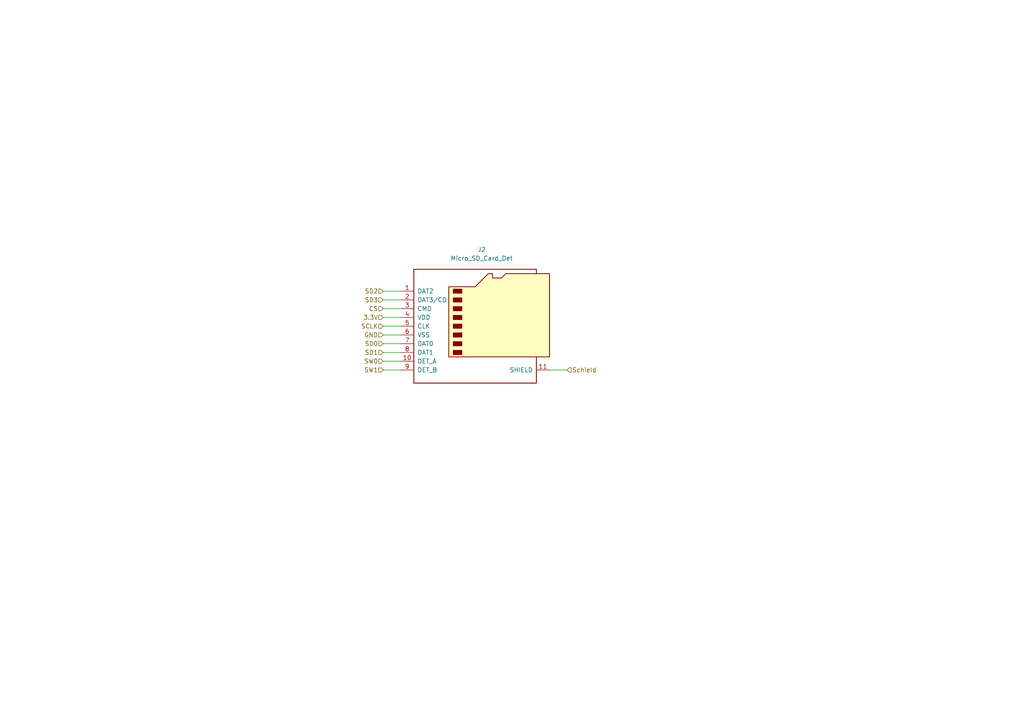
<source format=kicad_sch>
(kicad_sch (version 20211123) (generator eeschema)

  (uuid 1895faed-13c7-4877-930c-ef39a1d7419c)

  (paper "A4")

  (lib_symbols
    (symbol "Connector:Micro_SD_Card_Det" (pin_names (offset 1.016)) (in_bom yes) (on_board yes)
      (property "Reference" "J" (id 0) (at -16.51 17.78 0)
        (effects (font (size 1.27 1.27)))
      )
      (property "Value" "Micro_SD_Card_Det" (id 1) (at 16.51 17.78 0)
        (effects (font (size 1.27 1.27)) (justify right))
      )
      (property "Footprint" "" (id 2) (at 52.07 17.78 0)
        (effects (font (size 1.27 1.27)) hide)
      )
      (property "Datasheet" "https://www.hirose.com/product/en/download_file/key_name/DM3/category/Catalog/doc_file_id/49662/?file_category_id=4&item_id=195&is_series=1" (id 3) (at 0 2.54 0)
        (effects (font (size 1.27 1.27)) hide)
      )
      (property "ki_keywords" "connector SD microsd" (id 4) (at 0 0 0)
        (effects (font (size 1.27 1.27)) hide)
      )
      (property "ki_description" "Micro SD Card Socket with card detection pins" (id 5) (at 0 0 0)
        (effects (font (size 1.27 1.27)) hide)
      )
      (property "ki_fp_filters" "microSD*" (id 6) (at 0 0 0)
        (effects (font (size 1.27 1.27)) hide)
      )
      (symbol "Micro_SD_Card_Det_0_1"
        (rectangle (start -7.62 -6.985) (end -5.08 -8.255)
          (stroke (width 0) (type default) (color 0 0 0 0))
          (fill (type outline))
        )
        (rectangle (start -7.62 -4.445) (end -5.08 -5.715)
          (stroke (width 0) (type default) (color 0 0 0 0))
          (fill (type outline))
        )
        (rectangle (start -7.62 -1.905) (end -5.08 -3.175)
          (stroke (width 0) (type default) (color 0 0 0 0))
          (fill (type outline))
        )
        (rectangle (start -7.62 0.635) (end -5.08 -0.635)
          (stroke (width 0) (type default) (color 0 0 0 0))
          (fill (type outline))
        )
        (rectangle (start -7.62 3.175) (end -5.08 1.905)
          (stroke (width 0) (type default) (color 0 0 0 0))
          (fill (type outline))
        )
        (rectangle (start -7.62 5.715) (end -5.08 4.445)
          (stroke (width 0) (type default) (color 0 0 0 0))
          (fill (type outline))
        )
        (rectangle (start -7.62 8.255) (end -5.08 6.985)
          (stroke (width 0) (type default) (color 0 0 0 0))
          (fill (type outline))
        )
        (rectangle (start -7.62 10.795) (end -5.08 9.525)
          (stroke (width 0) (type default) (color 0 0 0 0))
          (fill (type outline))
        )
        (polyline
          (pts
            (xy 16.51 15.24)
            (xy 16.51 16.51)
            (xy -19.05 16.51)
            (xy -19.05 -16.51)
            (xy 16.51 -16.51)
            (xy 16.51 -8.89)
          )
          (stroke (width 0.254) (type default) (color 0 0 0 0))
          (fill (type none))
        )
        (polyline
          (pts
            (xy -8.89 -8.89)
            (xy -8.89 11.43)
            (xy -1.27 11.43)
            (xy 2.54 15.24)
            (xy 3.81 15.24)
            (xy 3.81 13.97)
            (xy 6.35 13.97)
            (xy 7.62 15.24)
            (xy 20.32 15.24)
            (xy 20.32 -8.89)
            (xy -8.89 -8.89)
          )
          (stroke (width 0.254) (type default) (color 0 0 0 0))
          (fill (type background))
        )
      )
      (symbol "Micro_SD_Card_Det_1_1"
        (pin bidirectional line (at -22.86 10.16 0) (length 3.81)
          (name "DAT2" (effects (font (size 1.27 1.27))))
          (number "1" (effects (font (size 1.27 1.27))))
        )
        (pin passive line (at -22.86 -10.16 0) (length 3.81)
          (name "DET_A" (effects (font (size 1.27 1.27))))
          (number "10" (effects (font (size 1.27 1.27))))
        )
        (pin passive line (at 20.32 -12.7 180) (length 3.81)
          (name "SHIELD" (effects (font (size 1.27 1.27))))
          (number "11" (effects (font (size 1.27 1.27))))
        )
        (pin bidirectional line (at -22.86 7.62 0) (length 3.81)
          (name "DAT3/CD" (effects (font (size 1.27 1.27))))
          (number "2" (effects (font (size 1.27 1.27))))
        )
        (pin input line (at -22.86 5.08 0) (length 3.81)
          (name "CMD" (effects (font (size 1.27 1.27))))
          (number "3" (effects (font (size 1.27 1.27))))
        )
        (pin power_in line (at -22.86 2.54 0) (length 3.81)
          (name "VDD" (effects (font (size 1.27 1.27))))
          (number "4" (effects (font (size 1.27 1.27))))
        )
        (pin input line (at -22.86 0 0) (length 3.81)
          (name "CLK" (effects (font (size 1.27 1.27))))
          (number "5" (effects (font (size 1.27 1.27))))
        )
        (pin power_in line (at -22.86 -2.54 0) (length 3.81)
          (name "VSS" (effects (font (size 1.27 1.27))))
          (number "6" (effects (font (size 1.27 1.27))))
        )
        (pin bidirectional line (at -22.86 -5.08 0) (length 3.81)
          (name "DAT0" (effects (font (size 1.27 1.27))))
          (number "7" (effects (font (size 1.27 1.27))))
        )
        (pin bidirectional line (at -22.86 -7.62 0) (length 3.81)
          (name "DAT1" (effects (font (size 1.27 1.27))))
          (number "8" (effects (font (size 1.27 1.27))))
        )
        (pin passive line (at -22.86 -12.7 0) (length 3.81)
          (name "DET_B" (effects (font (size 1.27 1.27))))
          (number "9" (effects (font (size 1.27 1.27))))
        )
      )
    )
  )


  (wire (pts (xy 111.125 94.615) (xy 116.205 94.615))
    (stroke (width 0) (type default) (color 0 0 0 0))
    (uuid 44f0482d-5160-45a1-9e91-ec4085cd3857)
  )
  (wire (pts (xy 111.125 89.535) (xy 116.205 89.535))
    (stroke (width 0) (type default) (color 0 0 0 0))
    (uuid 61e826d1-2540-446a-b6a1-6cbbf68e6900)
  )
  (wire (pts (xy 111.125 97.155) (xy 116.205 97.155))
    (stroke (width 0) (type default) (color 0 0 0 0))
    (uuid 63fa0cc1-8d35-4000-8f88-7dc12008066d)
  )
  (wire (pts (xy 159.385 107.315) (xy 164.465 107.315))
    (stroke (width 0) (type default) (color 0 0 0 0))
    (uuid 975f5634-e3e6-4d76-b61a-ed40830f1743)
  )
  (wire (pts (xy 111.125 84.455) (xy 116.205 84.455))
    (stroke (width 0) (type default) (color 0 0 0 0))
    (uuid bba93cc4-91b7-4483-ba3c-3ae3d6fe3c23)
  )
  (wire (pts (xy 111.125 104.775) (xy 116.205 104.775))
    (stroke (width 0) (type default) (color 0 0 0 0))
    (uuid d0cf33c2-d0db-4293-97f3-734921af5d97)
  )
  (wire (pts (xy 111.125 99.695) (xy 116.205 99.695))
    (stroke (width 0) (type default) (color 0 0 0 0))
    (uuid d9e2cac6-3607-4f34-91e2-8df77274748a)
  )
  (wire (pts (xy 111.125 107.315) (xy 116.205 107.315))
    (stroke (width 0) (type default) (color 0 0 0 0))
    (uuid e4b0fff6-912c-4cb9-8b63-069634702a14)
  )
  (wire (pts (xy 111.125 86.995) (xy 116.205 86.995))
    (stroke (width 0) (type default) (color 0 0 0 0))
    (uuid e645693b-e8e9-4101-822b-6c28e3515f35)
  )
  (wire (pts (xy 111.125 102.235) (xy 116.205 102.235))
    (stroke (width 0) (type default) (color 0 0 0 0))
    (uuid f9a6538e-a3f9-4aaf-b619-00cb2e9d076d)
  )
  (wire (pts (xy 111.125 92.075) (xy 116.205 92.075))
    (stroke (width 0) (type default) (color 0 0 0 0))
    (uuid ff81e689-acec-4396-972b-ea04968bf20c)
  )

  (hierarchical_label "GND" (shape input) (at 111.125 97.155 180)
    (effects (font (size 1.27 1.27)) (justify right))
    (uuid 3a157695-9c71-4123-9d47-e9f157bde643)
  )
  (hierarchical_label "SCLK" (shape input) (at 111.125 94.615 180)
    (effects (font (size 1.27 1.27)) (justify right))
    (uuid 6072dfdd-039a-4ad8-896e-ab81bdf3b91b)
  )
  (hierarchical_label "CS" (shape input) (at 111.125 89.535 180)
    (effects (font (size 1.27 1.27)) (justify right))
    (uuid 65116e42-b3d0-41bb-aef2-93efa2b9d18b)
  )
  (hierarchical_label "SW1" (shape input) (at 111.125 107.315 180)
    (effects (font (size 1.27 1.27)) (justify right))
    (uuid 800821a8-457a-475f-b67c-e390c395182d)
  )
  (hierarchical_label "SD3" (shape input) (at 111.125 86.995 180)
    (effects (font (size 1.27 1.27)) (justify right))
    (uuid a3ea7f01-8bc7-4098-8638-1b89f249f02c)
  )
  (hierarchical_label "SD2" (shape input) (at 111.125 84.455 180)
    (effects (font (size 1.27 1.27)) (justify right))
    (uuid adf4bac2-6be4-4d8c-af92-e35df98367a0)
  )
  (hierarchical_label "SW0" (shape input) (at 111.125 104.775 180)
    (effects (font (size 1.27 1.27)) (justify right))
    (uuid b054ea01-973b-4451-8fe2-d49372893e16)
  )
  (hierarchical_label "SD1" (shape input) (at 111.125 102.235 180)
    (effects (font (size 1.27 1.27)) (justify right))
    (uuid c5c563ff-d320-4714-befd-bb1c8905cce1)
  )
  (hierarchical_label "Schield" (shape input) (at 164.465 107.315 0)
    (effects (font (size 1.27 1.27)) (justify left))
    (uuid c69fcf2a-c45b-48bd-b5c6-9660c4dd3907)
  )
  (hierarchical_label "SD0" (shape input) (at 111.125 99.695 180)
    (effects (font (size 1.27 1.27)) (justify right))
    (uuid eb0934b7-054b-43d4-b765-861bc69d194f)
  )
  (hierarchical_label "3.3V" (shape input) (at 111.125 92.075 180)
    (effects (font (size 1.27 1.27)) (justify right))
    (uuid f9de1a85-a316-4b4f-bdf7-926419d8fa88)
  )

  (symbol (lib_id "Connector:Micro_SD_Card_Det") (at 139.065 94.615 0) (unit 1)
    (in_bom yes) (on_board yes) (fields_autoplaced)
    (uuid 29aa6c54-000b-4f3b-8b94-9c01291091d9)
    (property "Reference" "J2" (id 0) (at 139.7 72.39 0))
    (property "Value" "Micro_SD_Card_Det" (id 1) (at 139.7 74.93 0))
    (property "Footprint" "Connector_Card:microSD_HC_Molex_104031-0811" (id 2) (at 191.135 76.835 0)
      (effects (font (size 1.27 1.27)) hide)
    )
    (property "Datasheet" "https://www.hirose.com/product/en/download_file/key_name/DM3/category/Catalog/doc_file_id/49662/?file_category_id=4&item_id=195&is_series=1" (id 3) (at 139.065 92.075 0)
      (effects (font (size 1.27 1.27)) hide)
    )
    (property "MPN" "1040310811" (id 4) (at 139.065 94.615 0)
      (effects (font (size 1.27 1.27)) hide)
    )
    (property "Digi-Key_PN" "WM6357CT-ND" (id 5) (at 139.065 94.615 0)
      (effects (font (size 1.27 1.27)) hide)
    )
    (pin "1" (uuid 11e8d464-ef95-4e6e-aec4-3d27572b4258))
    (pin "10" (uuid a3beff0a-1705-4eb7-b65a-1318b5bc0413))
    (pin "11" (uuid e025193c-7ddb-427c-8220-560ee13a860f))
    (pin "2" (uuid c6f4ee5a-2b8c-418d-b18f-5c257f7122fe))
    (pin "3" (uuid d8512c8d-fe48-4d23-acc6-b80bbaf63b96))
    (pin "4" (uuid 14cf2db7-42d8-4a0c-a484-171039a5f836))
    (pin "5" (uuid fd771b5b-29d5-44cc-be8b-ad6d381894fa))
    (pin "6" (uuid fd474d96-73fc-43f4-b71c-5f396d047a81))
    (pin "7" (uuid dc1ecc31-10c8-44c5-9d05-8f859e12a2cb))
    (pin "8" (uuid 52bde619-0135-4883-95cf-14ee9f040edf))
    (pin "9" (uuid 4657cc97-675c-4735-ba75-197141d565c0))
  )
)

</source>
